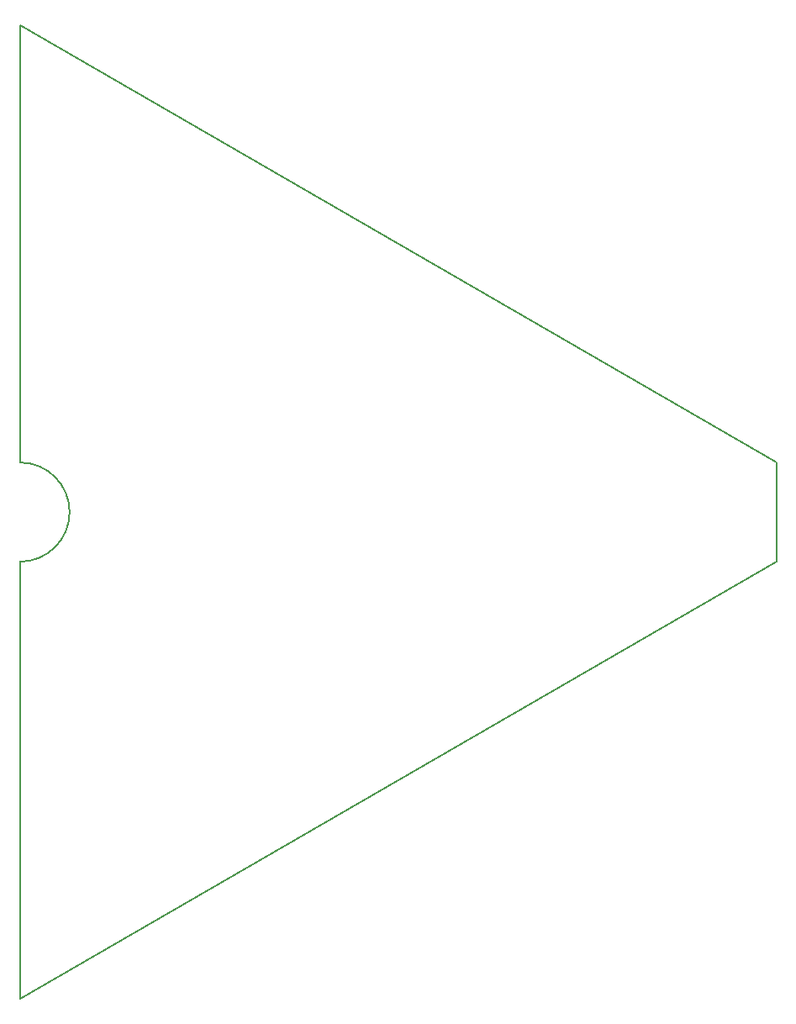
<source format=gbr>
G04 #@! TF.GenerationSoftware,KiCad,Pcbnew,7.0.11+1*
G04 #@! TF.ProjectId,makerspace_sign,6d616b65-7273-4706-9163-655f7369676e,rev?*
G04 #@! TF.SameCoordinates,Original*
G04 #@! TF.FileFunction,Legend,Bot*
G04 #@! TF.FilePolarity,Positive*
%FSLAX46Y46*%
G04 Gerber Fmt 4.6, Leading zero omitted, Abs format (unit mm)*
%MOMM*%
%LPD*%
G01*
G04 APERTURE LIST*
G04 #@! TA.AperFunction,Profile*
%ADD10C,0.200000*%
G04 #@! TD*
%ADD11C,3.200000*%
G04 APERTURE END LIST*
D10*
X61975000Y-144375000D02*
X138185236Y-100375000D01*
X61975000Y-100375000D02*
G75*
G03*
X61975000Y-90375000I0J5000000D01*
G01*
X138185236Y-90375000D02*
X61975000Y-46375000D01*
X138185236Y-100375000D02*
X138185236Y-90375000D01*
X61975000Y-46375000D02*
X61975000Y-90375000D01*
X61975000Y-100375000D02*
X61975000Y-144375000D01*
%LPC*%
D11*
X114775000Y-96000000D03*
X68075000Y-55950000D03*
X68575000Y-133250000D03*
%LPD*%
M02*

</source>
